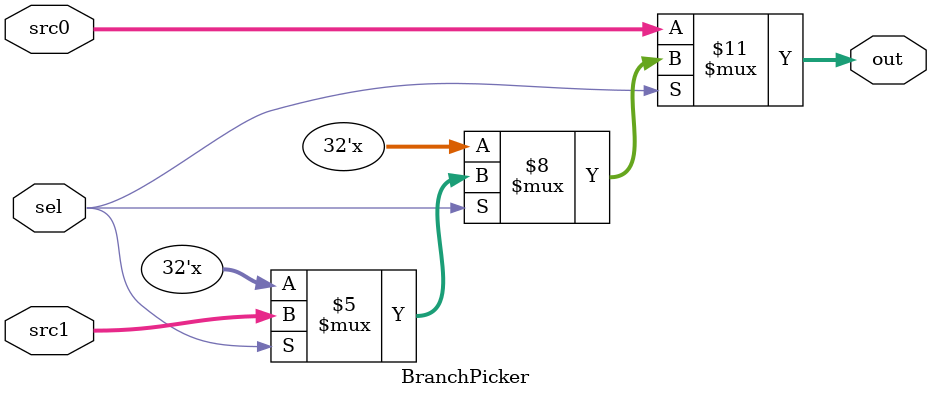
<source format=v>
module BranchPicker(src0, src1, sel, out);
	parameter width = 32;
	input[width - 1:0] src0, src1;
	input sel;
	output reg [width - 1:0] out;
	always @(*) begin
		if (sel == 1'b0) begin
			out = src0;
		end
		else if (sel == 1'b1) begin
			out = src1;
		end
	end
endmodule
</source>
